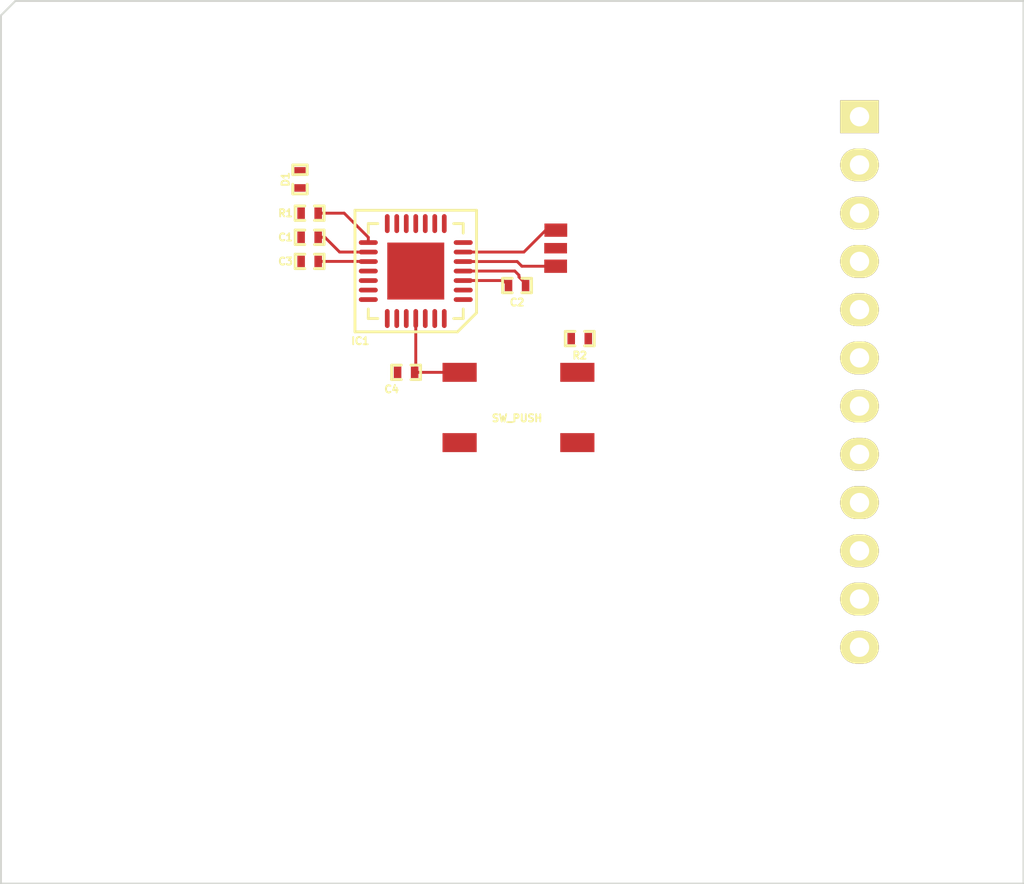
<source format=kicad_pcb>
(kicad_pcb (version 4) (host pcbnew "(2014-12-04 BZR 5312)-product")

  (general
    (links 21)
    (no_connects 18)
    (area 118.821999 76.149999 172.770001 122.732001)
    (thickness 1.6)
    (drawings 5)
    (tracks 27)
    (zones 0)
    (modules 11)
    (nets 29)
  )

  (page A4)
  (title_block
    (title Atmega328p)
    (date "Friday, January 02, 2015")
    (rev 1.0)
  )

  (layers
    (0 F.Cu signal)
    (31 B.Cu signal)
    (32 B.Adhes user)
    (33 F.Adhes user)
    (34 B.Paste user)
    (35 F.Paste user)
    (36 B.SilkS user)
    (37 F.SilkS user)
    (38 B.Mask user)
    (39 F.Mask user)
    (40 Dwgs.User user)
    (41 Cmts.User user)
    (42 Eco1.User user)
    (43 Eco2.User user)
    (44 Edge.Cuts user)
    (45 Margin user)
    (46 B.CrtYd user)
    (47 F.CrtYd user)
    (48 B.Fab user)
    (49 F.Fab user)
  )

  (setup
    (last_trace_width 0.1524)
    (user_trace_width 0.1524)
    (user_trace_width 0.2032)
    (user_trace_width 0.3048)
    (user_trace_width 0.4064)
    (trace_clearance 0.254)
    (zone_clearance 0.508)
    (zone_45_only no)
    (trace_min 0.1524)
    (segment_width 0.2)
    (edge_width 0.1)
    (via_size 0.889)
    (via_drill 0.635)
    (via_min_size 0.6858)
    (via_min_drill 0.3302)
    (user_via 0.6858 0.3302)
    (uvia_size 0.508)
    (uvia_drill 0.127)
    (uvias_allowed no)
    (uvia_min_size 0.508)
    (uvia_min_drill 0.127)
    (pcb_text_width 0.3)
    (pcb_text_size 1.5 1.5)
    (mod_edge_width 0.15)
    (mod_text_size 1 1)
    (mod_text_width 0.15)
    (pad_size 0.27 0.8)
    (pad_drill 0)
    (pad_to_mask_clearance 0)
    (aux_axis_origin 0 0)
    (visible_elements 7FFFFFFF)
    (pcbplotparams
      (layerselection 0x00030_80000001)
      (usegerberextensions false)
      (excludeedgelayer true)
      (linewidth 0.100000)
      (plotframeref false)
      (viasonmask false)
      (mode 1)
      (useauxorigin false)
      (hpglpennumber 1)
      (hpglpenspeed 20)
      (hpglpendiameter 15)
      (hpglpenoverlay 2)
      (psnegative false)
      (psa4output false)
      (plotreference true)
      (plotvalue true)
      (plotinvisibletext false)
      (padsonsilk false)
      (subtractmaskfromsilk false)
      (outputformat 1)
      (mirror false)
      (drillshape 1)
      (scaleselection 1)
      (outputdirectory ""))
  )

  (net 0 "")
  (net 1 +5V)
  (net 2 GND)
  (net 3 "Net-(C3-Pad1)")
  (net 4 DTR)
  (net 5 RESET)
  (net 6 "Net-(D1-Pad1)")
  (net 7 SCK)
  (net 8 "Net-(IC1-Pad5)")
  (net 9 "Net-(IC1-Pad6)")
  (net 10 D3)
  (net 11 D4)
  (net 12 D5)
  (net 13 D6)
  (net 14 D7)
  (net 15 D8)
  (net 16 D9)
  (net 17 D10)
  (net 18 MOSI)
  (net 19 MISO)
  (net 20 A0)
  (net 21 A1)
  (net 22 A2)
  (net 23 A3)
  (net 24 SDA)
  (net 25 SCL)
  (net 26 RXI)
  (net 27 TXD)
  (net 28 D2)

  (net_class Default "This is the default net class."
    (clearance 0.254)
    (trace_width 0.254)
    (via_dia 0.889)
    (via_drill 0.635)
    (uvia_dia 0.508)
    (uvia_drill 0.127)
    (add_net +5V)
    (add_net A0)
    (add_net A1)
    (add_net A2)
    (add_net A3)
    (add_net D10)
    (add_net D2)
    (add_net D3)
    (add_net D4)
    (add_net D5)
    (add_net D6)
    (add_net D7)
    (add_net D8)
    (add_net D9)
    (add_net DTR)
    (add_net GND)
    (add_net MISO)
    (add_net MOSI)
    (add_net "Net-(C3-Pad1)")
    (add_net "Net-(D1-Pad1)")
    (add_net "Net-(IC1-Pad5)")
    (add_net "Net-(IC1-Pad6)")
    (add_net RESET)
    (add_net RXI)
    (add_net SCK)
    (add_net SCL)
    (add_net SDA)
    (add_net TXD)
  )

  (module SMD_Packages:SMD-0402_c (layer F.Cu) (tedit 54A774CA) (tstamp 54A75798)
    (at 135.128 88.646 180)
    (path /54A73038)
    (attr smd)
    (fp_text reference C1 (at 1.27 0 180) (layer F.SilkS)
      (effects (font (size 0.381 0.381) (thickness 0.09525)))
    )
    (fp_text value C (at -1.143 0 180) (layer F.SilkS) hide
      (effects (font (size 0.381 0.381) (thickness 0.09525)))
    )
    (fp_line (start -0.254 -0.381) (end -0.762 -0.381) (layer F.SilkS) (width 0.15))
    (fp_line (start -0.762 -0.381) (end -0.762 0.381) (layer F.SilkS) (width 0.15))
    (fp_line (start -0.762 0.381) (end -0.254 0.381) (layer F.SilkS) (width 0.15))
    (fp_line (start 0.254 -0.381) (end 0.762 -0.381) (layer F.SilkS) (width 0.15))
    (fp_line (start 0.762 -0.381) (end 0.762 0.381) (layer F.SilkS) (width 0.15))
    (fp_line (start 0.762 0.381) (end 0.254 0.381) (layer F.SilkS) (width 0.15))
    (pad 1 smd rect (at -0.44958 0 180) (size 0.39878 0.59944) (layers F.Cu F.Paste F.Mask)
      (net 1 +5V))
    (pad 2 smd rect (at 0.44958 0 180) (size 0.39878 0.59944) (layers F.Cu F.Paste F.Mask)
      (net 2 GND))
    (model SMD_Packages/SMD-0402_c.wrl
      (at (xyz 0 0 0))
      (scale (xyz 0.27 0.27 0.27))
      (rotate (xyz 0 0 0))
    )
  )

  (module SMD_Packages:SMD-0402_c (layer F.Cu) (tedit 54A7731B) (tstamp 54A772DE)
    (at 146.05 91.186)
    (path /54A7306D)
    (attr smd)
    (fp_text reference C2 (at 0 0.889) (layer F.SilkS)
      (effects (font (size 0.381 0.381) (thickness 0.09525)))
    )
    (fp_text value C (at 1.143 0) (layer F.SilkS) hide
      (effects (font (size 0.254 0.254) (thickness 0.0635)))
    )
    (fp_line (start -0.254 -0.381) (end -0.762 -0.381) (layer F.SilkS) (width 0.15))
    (fp_line (start -0.762 -0.381) (end -0.762 0.381) (layer F.SilkS) (width 0.15))
    (fp_line (start -0.762 0.381) (end -0.254 0.381) (layer F.SilkS) (width 0.15))
    (fp_line (start 0.254 -0.381) (end 0.762 -0.381) (layer F.SilkS) (width 0.15))
    (fp_line (start 0.762 -0.381) (end 0.762 0.381) (layer F.SilkS) (width 0.15))
    (fp_line (start 0.762 0.381) (end 0.254 0.381) (layer F.SilkS) (width 0.15))
    (pad 1 smd rect (at -0.44958 0) (size 0.39878 0.59944) (layers F.Cu F.Paste F.Mask)
      (net 1 +5V))
    (pad 2 smd rect (at 0.44958 0) (size 0.39878 0.59944) (layers F.Cu F.Paste F.Mask)
      (net 2 GND))
    (model SMD_Packages/SMD-0402_c.wrl
      (at (xyz 0 0 0))
      (scale (xyz 0.27 0.27 0.27))
      (rotate (xyz 0 0 0))
    )
  )

  (module SMD_Packages:SMD-0402_c (layer F.Cu) (tedit 54A774D1) (tstamp 54A757A4)
    (at 135.128 89.916 180)
    (path /54A73224)
    (attr smd)
    (fp_text reference C3 (at 1.27 0 180) (layer F.SilkS)
      (effects (font (size 0.381 0.381) (thickness 0.09525)))
    )
    (fp_text value C (at -1.143 0 180) (layer F.SilkS) hide
      (effects (font (size 0.381 0.381) (thickness 0.09525)))
    )
    (fp_line (start -0.254 -0.381) (end -0.762 -0.381) (layer F.SilkS) (width 0.15))
    (fp_line (start -0.762 -0.381) (end -0.762 0.381) (layer F.SilkS) (width 0.15))
    (fp_line (start -0.762 0.381) (end -0.254 0.381) (layer F.SilkS) (width 0.15))
    (fp_line (start 0.254 -0.381) (end 0.762 -0.381) (layer F.SilkS) (width 0.15))
    (fp_line (start 0.762 -0.381) (end 0.762 0.381) (layer F.SilkS) (width 0.15))
    (fp_line (start 0.762 0.381) (end 0.254 0.381) (layer F.SilkS) (width 0.15))
    (pad 1 smd rect (at -0.44958 0 180) (size 0.39878 0.59944) (layers F.Cu F.Paste F.Mask)
      (net 3 "Net-(C3-Pad1)"))
    (pad 2 smd rect (at 0.44958 0 180) (size 0.39878 0.59944) (layers F.Cu F.Paste F.Mask)
      (net 2 GND))
    (model SMD_Packages/SMD-0402_c.wrl
      (at (xyz 0 0 0))
      (scale (xyz 0.27 0.27 0.27))
      (rotate (xyz 0 0 0))
    )
  )

  (module SMD_Packages:SMD-0402_c (layer F.Cu) (tedit 54A77467) (tstamp 54A757AA)
    (at 140.208 95.758)
    (path /54A7345E)
    (attr smd)
    (fp_text reference C4 (at -0.762 0.889) (layer F.SilkS)
      (effects (font (size 0.381 0.381) (thickness 0.09525)))
    )
    (fp_text value C (at -1.27 0) (layer F.SilkS) hide
      (effects (font (size 0.381 0.381) (thickness 0.09525)))
    )
    (fp_line (start -0.254 -0.381) (end -0.762 -0.381) (layer F.SilkS) (width 0.15))
    (fp_line (start -0.762 -0.381) (end -0.762 0.381) (layer F.SilkS) (width 0.15))
    (fp_line (start -0.762 0.381) (end -0.254 0.381) (layer F.SilkS) (width 0.15))
    (fp_line (start 0.254 -0.381) (end 0.762 -0.381) (layer F.SilkS) (width 0.15))
    (fp_line (start 0.762 -0.381) (end 0.762 0.381) (layer F.SilkS) (width 0.15))
    (fp_line (start 0.762 0.381) (end 0.254 0.381) (layer F.SilkS) (width 0.15))
    (pad 1 smd rect (at -0.44958 0) (size 0.39878 0.59944) (layers F.Cu F.Paste F.Mask)
      (net 4 DTR))
    (pad 2 smd rect (at 0.44958 0) (size 0.39878 0.59944) (layers F.Cu F.Paste F.Mask)
      (net 5 RESET))
    (model SMD_Packages/SMD-0402_c.wrl
      (at (xyz 0 0 0))
      (scale (xyz 0.27 0.27 0.27))
      (rotate (xyz 0 0 0))
    )
  )

  (module custom_footprints:SMD-0402_LED (layer F.Cu) (tedit 54A77478) (tstamp 54A757B0)
    (at 134.62 85.598 90)
    (path /54A74C59)
    (attr smd)
    (fp_text reference D1 (at 0 -0.762 90) (layer F.SilkS)
      (effects (font (size 0.381 0.381) (thickness 0.09525)))
    )
    (fp_text value LED (at 0 1.27 90) (layer F.SilkS) hide
      (effects (font (size 0.508 0.508) (thickness 0.127)))
    )
    (fp_line (start 0.25 -0.38) (end 0.26 0.38) (layer F.SilkS) (width 0.15))
    (fp_line (start -0.254 -0.381) (end -0.762 -0.381) (layer F.SilkS) (width 0.15))
    (fp_line (start -0.762 -0.381) (end -0.762 0.381) (layer F.SilkS) (width 0.15))
    (fp_line (start -0.762 0.381) (end -0.254 0.381) (layer F.SilkS) (width 0.15))
    (fp_line (start 0.254 -0.381) (end 0.762 -0.381) (layer F.SilkS) (width 0.15))
    (fp_line (start 0.762 -0.381) (end 0.762 0.381) (layer F.SilkS) (width 0.15))
    (fp_line (start 0.762 0.381) (end 0.254 0.381) (layer F.SilkS) (width 0.15))
    (pad 1 smd rect (at -0.44958 0 90) (size 0.39878 0.59944) (layers F.Cu F.Paste F.Mask)
      (net 6 "Net-(D1-Pad1)"))
    (pad 2 smd rect (at 0.44958 0 90) (size 0.39878 0.59944) (layers F.Cu F.Paste F.Mask)
      (net 2 GND))
    (model SMD_Packages/SMD-0402.wrl
      (at (xyz 0 0 0.002))
      (scale (xyz 0.05 0.05 0.05))
      (rotate (xyz 0 0 0))
    )
  )

  (module SMD_Packages:SMD-0402_r (layer F.Cu) (tedit 54A77499) (tstamp 54A757B6)
    (at 135.128 87.376)
    (path /54A74C10)
    (attr smd)
    (fp_text reference R1 (at -1.27 0) (layer F.SilkS)
      (effects (font (size 0.381 0.381) (thickness 0.09525)))
    )
    (fp_text value R (at 1.143 0) (layer F.SilkS) hide
      (effects (font (size 0.381 0.381) (thickness 0.09525)))
    )
    (fp_line (start -0.254 -0.381) (end -0.762 -0.381) (layer F.SilkS) (width 0.15))
    (fp_line (start -0.762 -0.381) (end -0.762 0.381) (layer F.SilkS) (width 0.15))
    (fp_line (start -0.762 0.381) (end -0.254 0.381) (layer F.SilkS) (width 0.15))
    (fp_line (start 0.254 -0.381) (end 0.762 -0.381) (layer F.SilkS) (width 0.15))
    (fp_line (start 0.762 -0.381) (end 0.762 0.381) (layer F.SilkS) (width 0.15))
    (fp_line (start 0.762 0.381) (end 0.254 0.381) (layer F.SilkS) (width 0.15))
    (pad 1 smd rect (at -0.44958 0) (size 0.39878 0.59944) (layers F.Cu F.Paste F.Mask)
      (net 6 "Net-(D1-Pad1)"))
    (pad 2 smd rect (at 0.44958 0) (size 0.39878 0.59944) (layers F.Cu F.Paste F.Mask)
      (net 7 SCK))
    (model SMD_Packages/SMD-0402_r.wrl
      (at (xyz 0 0 0))
      (scale (xyz 0.27 0.27 0.27))
      (rotate (xyz 0 0 0))
    )
  )

  (module SMD_Packages:SMD-0402_r (layer F.Cu) (tedit 54A7743A) (tstamp 54A757BC)
    (at 149.352 93.98)
    (path /54A734A2)
    (attr smd)
    (fp_text reference R2 (at 0 0.889) (layer F.SilkS)
      (effects (font (size 0.381 0.381) (thickness 0.09525)))
    )
    (fp_text value R (at 1.27 0) (layer F.SilkS) hide
      (effects (font (size 0.254 0.254) (thickness 0.0635)))
    )
    (fp_line (start -0.254 -0.381) (end -0.762 -0.381) (layer F.SilkS) (width 0.15))
    (fp_line (start -0.762 -0.381) (end -0.762 0.381) (layer F.SilkS) (width 0.15))
    (fp_line (start -0.762 0.381) (end -0.254 0.381) (layer F.SilkS) (width 0.15))
    (fp_line (start 0.254 -0.381) (end 0.762 -0.381) (layer F.SilkS) (width 0.15))
    (fp_line (start 0.762 -0.381) (end 0.762 0.381) (layer F.SilkS) (width 0.15))
    (fp_line (start 0.762 0.381) (end 0.254 0.381) (layer F.SilkS) (width 0.15))
    (pad 1 smd rect (at -0.44958 0) (size 0.39878 0.59944) (layers F.Cu F.Paste F.Mask)
      (net 1 +5V))
    (pad 2 smd rect (at 0.44958 0) (size 0.39878 0.59944) (layers F.Cu F.Paste F.Mask)
      (net 5 RESET))
    (model SMD_Packages/SMD-0402_r.wrl
      (at (xyz 0 0 0))
      (scale (xyz 0.27 0.27 0.27))
      (rotate (xyz 0 0 0))
    )
  )

  (module custom_footprints:switch_tactile_SM10 (layer F.Cu) (tedit 54A77418) (tstamp 54A775E4)
    (at 149.225 95.758 180)
    (path /54A737E3)
    (solder_mask_margin 0.1)
    (clearance 0.1)
    (fp_text reference SW1 (at 3.175 -1.651 180) (layer F.SilkS) hide
      (effects (font (size 0.381 0.381) (thickness 0.09525)))
    )
    (fp_text value SW_PUSH (at 3.175 -2.413 180) (layer F.SilkS)
      (effects (font (size 0.381 0.381) (thickness 0.09525)))
    )
    (pad 1 smd rect (at 0 0 180) (size 1.8 1) (layers F.Cu F.Paste F.Mask)
      (net 5 RESET))
    (pad 2 smd rect (at 0 -3.7 180) (size 1.8 1) (layers F.Cu F.Paste F.Mask)
      (net 2 GND))
    (pad 2 smd rect (at 6.2 -3.7 180) (size 1.8 1) (layers F.Cu F.Paste F.Mask)
      (net 2 GND))
    (pad 1 smd rect (at 6.2 0 180) (size 1.8 1) (layers F.Cu F.Paste F.Mask)
      (net 5 RESET))
  )

  (module custom_footprints:ceramic_resonator_smd (layer F.Cu) (tedit 54A76C89) (tstamp 54A76FB5)
    (at 148.082 90.17 90)
    (path /54A7401F)
    (solder_mask_margin 0.1)
    (clearance 0.1)
    (fp_text reference U1 (at 1.016 1.27 90) (layer F.SilkS) hide
      (effects (font (size 0.5 0.5) (thickness 0.125)))
    )
    (fp_text value ceramic_resonator (at 1.016 -1.016 90) (layer F.SilkS) hide
      (effects (font (size 0.2 0.2) (thickness 0.05)))
    )
    (pad 1 smd rect (at 0 0 90) (size 0.7 1.2) (layers F.Cu F.Paste F.Mask)
      (net 8 "Net-(IC1-Pad5)") (solder_mask_margin 0.1) (clearance 0.1))
    (pad 3 smd rect (at 0.95 0 90) (size 0.55 1.2) (layers F.Cu F.Paste F.Mask)
      (net 2 GND))
    (pad 2 smd rect (at 1.9 0.01 90) (size 0.7 1.2) (layers F.Cu F.Paste F.Mask)
      (net 9 "Net-(IC1-Pad6)"))
  )

  (module custom_footprints:QFN-28-1EP_fixed_mask (layer F.Cu) (tedit 54A77449) (tstamp 54A76BF5)
    (at 140.716 90.424 180)
    (path /54A72DB5)
    (solder_mask_margin 0.06)
    (clearance 0.06)
    (fp_text reference IC1 (at 2.921 -3.683 180) (layer F.SilkS)
      (effects (font (size 0.381 0.381) (thickness 0.09525)))
    )
    (fp_text value ATMEGA328P-MM (at 0 4.39928 180) (layer F.SilkS) hide
      (effects (font (size 0.254 0.254) (thickness 0.0635)))
    )
    (fp_line (start -3.2004 3.2004) (end 3.2004 3.2004) (layer F.SilkS) (width 0.15))
    (fp_line (start 3.2004 3.2004) (end 3.2004 -3.2004) (layer F.SilkS) (width 0.15))
    (fp_line (start 3.2004 -3.2004) (end -2.19964 -3.2004) (layer F.SilkS) (width 0.15))
    (fp_line (start -2.19964 -3.2004) (end -3.2004 -2.19964) (layer F.SilkS) (width 0.15))
    (fp_line (start -3.2004 -2.19964) (end -3.2004 3.2004) (layer F.SilkS) (width 0.15))
    (fp_line (start -1.99898 -2.49936) (end -2.49936 -2.49936) (layer F.SilkS) (width 0.15))
    (fp_line (start -2.49936 -2.49936) (end -2.49936 -1.99898) (layer F.SilkS) (width 0.15))
    (fp_line (start 2.49936 -1.99898) (end 2.49936 -2.49936) (layer F.SilkS) (width 0.15))
    (fp_line (start 2.49936 -2.49936) (end 1.99898 -2.49936) (layer F.SilkS) (width 0.15))
    (fp_line (start 1.99898 2.49936) (end 2.49936 2.49936) (layer F.SilkS) (width 0.15))
    (fp_line (start 2.49936 2.49936) (end 2.49936 1.99898) (layer F.SilkS) (width 0.15))
    (fp_line (start -2.49936 1.99898) (end -2.49936 2.49936) (layer F.SilkS) (width 0.15))
    (fp_line (start -2.49936 2.49936) (end -1.99898 2.49936) (layer F.SilkS) (width 0.15))
    (pad 1 smd oval (at -2.49936 -1.50114 180) (size 1.00076 0.24892) (layers F.Cu F.Paste F.Mask)
      (net 10 D3))
    (pad 2 smd oval (at -2.49936 -1.00076 180) (size 1.00076 0.24892) (layers F.Cu F.Paste F.Mask)
      (net 11 D4))
    (pad 3 smd oval (at -2.49936 -0.50038 180) (size 1.00076 0.24892) (layers F.Cu F.Paste F.Mask)
      (net 1 +5V))
    (pad 4 smd oval (at -2.49936 0 180) (size 1.00076 0.24892) (layers F.Cu F.Paste F.Mask)
      (net 2 GND))
    (pad 5 smd oval (at -2.49936 0.50038 180) (size 1.00076 0.24892) (layers F.Cu F.Paste F.Mask)
      (net 8 "Net-(IC1-Pad5)"))
    (pad 6 smd oval (at -2.49936 1.00076 180) (size 1.00076 0.24892) (layers F.Cu F.Paste F.Mask)
      (net 9 "Net-(IC1-Pad6)"))
    (pad 7 smd oval (at -2.49936 1.50114 180) (size 1.00076 0.24892) (layers F.Cu F.Paste F.Mask)
      (net 12 D5))
    (pad 8 smd oval (at -1.50114 2.49936 270) (size 1.00076 0.24892) (layers F.Cu F.Paste F.Mask)
      (net 13 D6))
    (pad 9 smd oval (at -1.00076 2.49936 270) (size 1.00076 0.24892) (layers F.Cu F.Paste F.Mask)
      (net 14 D7))
    (pad 10 smd oval (at -0.50038 2.49936 270) (size 1.00076 0.24892) (layers F.Cu F.Paste F.Mask)
      (net 15 D8))
    (pad 11 smd oval (at 0 2.49936 270) (size 1.00076 0.24892) (layers F.Cu F.Paste F.Mask)
      (net 16 D9))
    (pad 12 smd oval (at 0.50038 2.49936 270) (size 1.00076 0.24892) (layers F.Cu F.Paste F.Mask)
      (net 17 D10))
    (pad 13 smd oval (at 1.00076 2.49936 270) (size 1.00076 0.24892) (layers F.Cu F.Paste F.Mask)
      (net 18 MOSI))
    (pad 14 smd oval (at 1.50114 2.49936 270) (size 1.00076 0.24892) (layers F.Cu F.Paste F.Mask)
      (net 19 MISO))
    (pad 15 smd oval (at 2.49936 1.50114) (size 1.00076 0.24892) (layers F.Cu F.Paste F.Mask)
      (net 7 SCK))
    (pad 16 smd oval (at 2.49936 1.00076) (size 1.00076 0.24892) (layers F.Cu F.Paste F.Mask)
      (net 1 +5V))
    (pad 17 smd oval (at 2.49936 0.50038) (size 1.00076 0.24892) (layers F.Cu F.Paste F.Mask)
      (net 3 "Net-(C3-Pad1)"))
    (pad 18 smd oval (at 2.49936 0) (size 1.00076 0.24892) (layers F.Cu F.Paste F.Mask)
      (net 2 GND))
    (pad 19 smd oval (at 2.49936 -0.50038) (size 1.00076 0.24892) (layers F.Cu F.Paste F.Mask)
      (net 20 A0))
    (pad 20 smd oval (at 2.49936 -1.00076) (size 1.00076 0.24892) (layers F.Cu F.Paste F.Mask)
      (net 21 A1))
    (pad 21 smd oval (at 2.49936 -1.50114) (size 1.00076 0.24892) (layers F.Cu F.Paste F.Mask)
      (net 22 A2))
    (pad 22 smd oval (at 1.50114 -2.49936 90) (size 1.00076 0.24892) (layers F.Cu F.Paste F.Mask)
      (net 23 A3))
    (pad 23 smd oval (at 1.00076 -2.49936 90) (size 1.00076 0.24892) (layers F.Cu F.Paste F.Mask)
      (net 24 SDA))
    (pad 24 smd oval (at 0.50038 -2.49936 90) (size 1.00076 0.24892) (layers F.Cu F.Paste F.Mask)
      (net 25 SCL))
    (pad 25 smd oval (at 0 -2.49936 90) (size 1.00076 0.24892) (layers F.Cu F.Paste F.Mask)
      (net 5 RESET))
    (pad 26 smd oval (at -0.50038 -2.49936 90) (size 1.00076 0.24892) (layers F.Cu F.Paste F.Mask)
      (net 26 RXI))
    (pad 27 smd oval (at -1.00076 -2.49936 90) (size 1.00076 0.24892) (layers F.Cu F.Paste F.Mask)
      (net 27 TXD))
    (pad 28 smd oval (at -1.50114 -2.49936 90) (size 1.00076 0.24892) (layers F.Cu F.Paste F.Mask)
      (net 28 D2))
    (pad 29 smd rect (at 0 0 90) (size 2.99974 2.99974) (layers F.Cu))
    (model SMD_Packages/QFN-28-1EP.wrl
      (at (xyz 0 0 0))
      (scale (xyz 1 1 1))
      (rotate (xyz 0 0 0))
    )
  )

  (module custom_footprints:Socket_Strip_Angled_1x12 (layer F.Cu) (tedit 54A77245) (tstamp 54A77266)
    (at 164.084 96.266 90)
    (descr "Through hole socket strip")
    (tags "socket strip")
    (fp_text reference Socket_Strip_Angled_1x12 (at 0 2.286 90) (layer F.SilkS) hide
      (effects (font (size 1 1) (thickness 0.15)))
    )
    (fp_text value VAL** (at 0 0 90) (layer F.SilkS) hide
      (effects (font (size 1 1) (thickness 0.15)))
    )
    (pad 1 thru_hole rect (at 13.97 0 270) (size 1.7272 2.032) (drill 1.016) (layers *.Cu *.Mask F.SilkS))
    (pad 2 thru_hole oval (at 11.43 0 270) (size 1.7272 2.032) (drill 1.016) (layers *.Cu *.Mask F.SilkS))
    (pad 3 thru_hole oval (at 8.89 0 270) (size 1.7272 2.032) (drill 1.016) (layers *.Cu *.Mask F.SilkS))
    (pad 4 thru_hole oval (at 6.35 0 270) (size 1.7272 2.032) (drill 1.016) (layers *.Cu *.Mask F.SilkS))
    (pad 5 thru_hole oval (at 3.81 0 270) (size 1.7272 2.032) (drill 1.016) (layers *.Cu *.Mask F.SilkS))
    (pad 6 thru_hole oval (at 1.27 0 270) (size 1.7272 2.032) (drill 1.016) (layers *.Cu *.Mask F.SilkS))
    (pad 7 thru_hole oval (at -1.27 0 270) (size 1.7272 2.032) (drill 1.016) (layers *.Cu *.Mask F.SilkS))
    (pad 8 thru_hole oval (at -3.81 0 270) (size 1.7272 2.032) (drill 1.016) (layers *.Cu *.Mask F.SilkS))
    (pad 9 thru_hole oval (at -6.35 0 270) (size 1.7272 2.032) (drill 1.016) (layers *.Cu *.Mask F.SilkS))
    (pad 10 thru_hole oval (at -8.89 0 270) (size 1.7272 2.032) (drill 1.016) (layers *.Cu *.Mask F.SilkS))
    (pad 11 thru_hole oval (at -11.43 0 270) (size 1.7272 2.032) (drill 1.016) (layers *.Cu *.Mask F.SilkS))
    (pad 12 thru_hole oval (at -13.97 0 270) (size 1.7272 2.032) (drill 1.016) (layers *.Cu *.Mask F.SilkS))
    (model Socket_Strips/Socket_Strip_Angled_1x12.wrl
      (at (xyz 0 0 0))
      (scale (xyz 1 1 1))
      (rotate (xyz 0 0 0))
    )
  )

  (gr_line (start 119.634 76.2) (end 118.872 76.962) (angle 90) (layer Edge.Cuts) (width 0.1))
  (gr_line (start 172.72 76.2) (end 119.634 76.2) (angle 90) (layer Edge.Cuts) (width 0.1))
  (gr_line (start 172.72 122.682) (end 172.72 76.2) (angle 90) (layer Edge.Cuts) (width 0.1))
  (gr_line (start 118.872 122.682) (end 172.72 122.682) (angle 90) (layer Edge.Cuts) (width 0.1))
  (gr_line (start 118.872 76.962) (end 118.872 122.682) (angle 90) (layer Edge.Cuts) (width 0.1))

  (segment (start 135.57758 88.646) (end 135.92937 88.646) (width 0.1524) (layer F.Cu) (net 1))
  (segment (start 135.92937 88.646) (end 136.70661 89.42324) (width 0.1524) (layer F.Cu) (net 1))
  (segment (start 136.70661 89.42324) (end 137.56386 89.42324) (width 0.1524) (layer F.Cu) (net 1))
  (segment (start 137.56386 89.42324) (end 138.21664 89.42324) (width 0.1524) (layer F.Cu) (net 1))
  (segment (start 143.21536 90.92438) (end 145.3388 90.92438) (width 0.1524) (layer F.Cu) (net 1) (status 400000))
  (segment (start 145.3388 90.92438) (end 145.60042 91.186) (width 0.1524) (layer F.Cu) (net 1) (tstamp 54A7734F) (status 800000))
  (segment (start 143.21536 90.424) (end 145.931892 90.424) (width 0.1524) (layer F.Cu) (net 2))
  (segment (start 145.931892 90.424) (end 146.14779 90.639898) (width 0.1524) (layer F.Cu) (net 2))
  (segment (start 146.14779 90.639898) (end 146.14779 90.73388) (width 0.1524) (layer F.Cu) (net 2))
  (segment (start 146.14779 90.73388) (end 146.49958 91.08567) (width 0.1524) (layer F.Cu) (net 2))
  (segment (start 146.49958 91.08567) (end 146.49958 91.186) (width 0.1524) (layer F.Cu) (net 2))
  (segment (start 135.57758 89.916) (end 138.20902 89.916) (width 0.1524) (layer F.Cu) (net 3))
  (segment (start 138.20902 89.916) (end 138.21664 89.92362) (width 0.1524) (layer F.Cu) (net 3))
  (segment (start 140.65758 95.758) (end 143.025 95.758) (width 0.1524) (layer F.Cu) (net 5))
  (segment (start 140.65758 95.758) (end 140.65758 95.65767) (width 0.1524) (layer F.Cu) (net 5))
  (segment (start 140.65758 95.65767) (end 140.716 95.59925) (width 0.1524) (layer F.Cu) (net 5))
  (segment (start 140.716 95.59925) (end 140.716 93.57614) (width 0.1524) (layer F.Cu) (net 5))
  (segment (start 140.716 93.57614) (end 140.716 92.92336) (width 0.1524) (layer F.Cu) (net 5))
  (segment (start 135.57758 87.376) (end 136.94664 87.376) (width 0.1524) (layer F.Cu) (net 7))
  (segment (start 136.94664 87.376) (end 138.21664 88.646) (width 0.1524) (layer F.Cu) (net 7))
  (segment (start 138.21664 88.646) (end 138.21664 88.92286) (width 0.1524) (layer F.Cu) (net 7))
  (segment (start 146.304 90.17) (end 148.082 90.17) (width 0.1524) (layer F.Cu) (net 8))
  (segment (start 146.05762 89.92362) (end 146.304 90.17) (width 0.1524) (layer F.Cu) (net 8))
  (segment (start 143.21536 89.92362) (end 146.05762 89.92362) (width 0.1524) (layer F.Cu) (net 8))
  (segment (start 147.562638 88.27) (end 148.092 88.27) (width 0.1524) (layer F.Cu) (net 9))
  (segment (start 146.409398 89.42324) (end 147.562638 88.27) (width 0.1524) (layer F.Cu) (net 9))
  (segment (start 143.21536 89.42324) (end 146.409398 89.42324) (width 0.1524) (layer F.Cu) (net 9))

)

</source>
